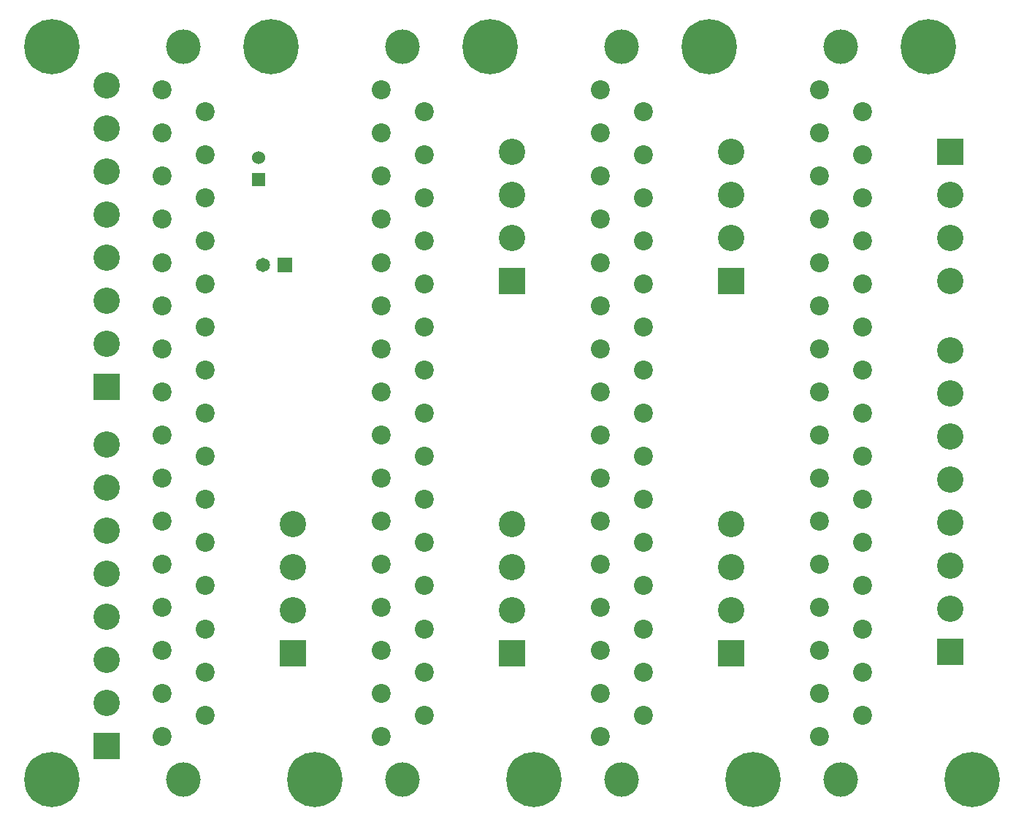
<source format=gbs>
%TF.GenerationSoftware,KiCad,Pcbnew,(6.0.7)*%
%TF.CreationDate,2024-08-18T11:11:24+02:00*%
%TF.ProjectId,BP51,42503531-2e6b-4696-9361-645f70636258,0437 -*%
%TF.SameCoordinates,Original*%
%TF.FileFunction,Soldermask,Bot*%
%TF.FilePolarity,Negative*%
%FSLAX46Y46*%
G04 Gerber Fmt 4.6, Leading zero omitted, Abs format (unit mm)*
G04 Created by KiCad (PCBNEW (6.0.7)) date 2024-08-18 11:11:24*
%MOMM*%
%LPD*%
G01*
G04 APERTURE LIST*
%ADD10C,6.400800*%
%ADD11R,3.048000X3.048000*%
%ADD12C,3.048000*%
%ADD13R,1.524000X1.524000*%
%ADD14C,1.524000*%
%ADD15R,1.651000X1.651000*%
%ADD16C,1.651000*%
%ADD17C,2.200000*%
%ADD18C,4.000000*%
G04 APERTURE END LIST*
D10*
%TO.C,HOLE*%
X130040000Y-194900000D03*
%TD*%
D11*
%TO.C,P2*%
X152900000Y-180059360D03*
D12*
X152900000Y-175060640D03*
X152900000Y-170059380D03*
X152900000Y-165060660D03*
X152900000Y-160059400D03*
X152900000Y-155060680D03*
X152900000Y-150059420D03*
X152900000Y-145060700D03*
%TD*%
D10*
%TO.C,HOLE*%
X48760000Y-109900000D03*
%TD*%
D11*
%TO.C,P5*%
X102100000Y-137039360D03*
D12*
X102100000Y-132040640D03*
X102100000Y-127039380D03*
X102100000Y-122040660D03*
%TD*%
D10*
%TO.C,HOLE*%
X104640000Y-194900000D03*
%TD*%
%TO.C,HOLE*%
X74160000Y-109900000D03*
%TD*%
%TO.C,HOLE*%
X99560000Y-109900000D03*
%TD*%
D13*
%TO.C,JP1*%
X72685600Y-125327200D03*
D14*
X72685600Y-122787200D03*
%TD*%
D10*
%TO.C,HOLE*%
X79240000Y-194900000D03*
%TD*%
D15*
%TO.C,C1*%
X75770000Y-135200000D03*
D16*
X73230000Y-135200000D03*
%TD*%
D10*
%TO.C,HOLE*%
X150360000Y-109900000D03*
%TD*%
D11*
%TO.C,P4*%
X127500000Y-180219360D03*
D12*
X127500000Y-175220640D03*
X127500000Y-170219380D03*
X127500000Y-165220660D03*
%TD*%
D10*
%TO.C,HOLE*%
X155440000Y-194900000D03*
%TD*%
D11*
%TO.C,P7*%
X76700000Y-180219360D03*
D12*
X76700000Y-175220640D03*
X76700000Y-170219380D03*
X76700000Y-165220660D03*
%TD*%
D11*
%TO.C,P6*%
X102100000Y-180219360D03*
D12*
X102100000Y-175220640D03*
X102100000Y-170219380D03*
X102100000Y-165220660D03*
%TD*%
D11*
%TO.C,P3*%
X127500000Y-137039360D03*
D12*
X127500000Y-132040640D03*
X127500000Y-127039380D03*
X127500000Y-122040660D03*
%TD*%
D11*
%TO.C,P1*%
X152900000Y-122040640D03*
D12*
X152900000Y-127039360D03*
X152900000Y-132040620D03*
X152900000Y-137039340D03*
%TD*%
D11*
%TO.C,P9*%
X55110000Y-190981360D03*
D12*
X55110000Y-185982640D03*
X55110000Y-180981380D03*
X55110000Y-175982660D03*
X55110000Y-170981400D03*
X55110000Y-165982680D03*
X55110000Y-160981420D03*
X55110000Y-155982700D03*
%TD*%
D10*
%TO.C,HOLE*%
X124960000Y-109900000D03*
%TD*%
D11*
%TO.C,P8*%
X55110000Y-149325360D03*
D12*
X55110000Y-144326640D03*
X55110000Y-139325380D03*
X55110000Y-134326660D03*
X55110000Y-129325400D03*
X55110000Y-124326680D03*
X55110000Y-119325420D03*
X55110000Y-114326700D03*
%TD*%
D10*
%TO.C,HOLE*%
X48760000Y-194900000D03*
%TD*%
D17*
%TO.C,K2*%
X112300000Y-114900000D03*
X117300000Y-117400000D03*
X112300000Y-119900000D03*
X117300000Y-122400000D03*
X112300000Y-124900000D03*
X117300000Y-127400000D03*
X112300000Y-129900000D03*
X117300000Y-132400000D03*
X112300000Y-134900000D03*
X117300000Y-137400000D03*
X112300000Y-139900000D03*
X117300000Y-142400000D03*
X112300000Y-144900000D03*
X117300000Y-147400000D03*
X112300000Y-149900000D03*
X117300000Y-152400000D03*
X112300000Y-154900000D03*
X117300000Y-157400000D03*
X112300000Y-159900000D03*
X117300000Y-162400000D03*
X112300000Y-164900000D03*
X117300000Y-167400000D03*
X112300000Y-169900000D03*
X117300000Y-172400000D03*
X112300000Y-174900000D03*
X117300000Y-177401220D03*
X112300000Y-179900000D03*
X117300000Y-182399940D03*
X112300000Y-184900000D03*
X117300000Y-187400000D03*
X112300000Y-189900000D03*
D18*
X114800000Y-109900000D03*
X114800000Y-194900000D03*
%TD*%
D17*
%TO.C,K4*%
X61500000Y-114900000D03*
X66500000Y-117400000D03*
X61500000Y-119900000D03*
X66500000Y-122400000D03*
X61500000Y-124900000D03*
X66500000Y-127400000D03*
X61500000Y-129900000D03*
X66500000Y-132400000D03*
X61500000Y-134900000D03*
X66500000Y-137400000D03*
X61500000Y-139900000D03*
X66500000Y-142400000D03*
X61500000Y-144900000D03*
X66500000Y-147400000D03*
X61500000Y-149900000D03*
X66500000Y-152400000D03*
X61500000Y-154900000D03*
X66500000Y-157400000D03*
X61500000Y-159900000D03*
X66500000Y-162400000D03*
X61500000Y-164900000D03*
X66500000Y-167400000D03*
X61500000Y-169900000D03*
X66500000Y-172400000D03*
X61500000Y-174900000D03*
X66500000Y-177401220D03*
X61500000Y-179900000D03*
X66500000Y-182399940D03*
X61500000Y-184900000D03*
X66500000Y-187400000D03*
X61500000Y-189900000D03*
D18*
X64000000Y-109900000D03*
X64000000Y-194900000D03*
%TD*%
D17*
%TO.C,K1*%
X137700000Y-114900000D03*
X142700000Y-117400000D03*
X137700000Y-119900000D03*
X142700000Y-122400000D03*
X137700000Y-124900000D03*
X142700000Y-127400000D03*
X137700000Y-129900000D03*
X142700000Y-132400000D03*
X137700000Y-134900000D03*
X142700000Y-137400000D03*
X137700000Y-139900000D03*
X142700000Y-142400000D03*
X137700000Y-144900000D03*
X142700000Y-147400000D03*
X137700000Y-149900000D03*
X142700000Y-152400000D03*
X137700000Y-154900000D03*
X142700000Y-157400000D03*
X137700000Y-159900000D03*
X142700000Y-162400000D03*
X137700000Y-164900000D03*
X142700000Y-167400000D03*
X137700000Y-169900000D03*
X142700000Y-172400000D03*
X137700000Y-174900000D03*
X142700000Y-177401220D03*
X137700000Y-179900000D03*
X142700000Y-182399940D03*
X137700000Y-184900000D03*
X142700000Y-187400000D03*
X137700000Y-189900000D03*
D18*
X140200000Y-109900000D03*
X140200000Y-194900000D03*
%TD*%
D17*
%TO.C,K3*%
X86900000Y-114900000D03*
X91900000Y-117400000D03*
X86900000Y-119900000D03*
X91900000Y-122400000D03*
X86900000Y-124900000D03*
X91900000Y-127400000D03*
X86900000Y-129900000D03*
X91900000Y-132400000D03*
X86900000Y-134900000D03*
X91900000Y-137400000D03*
X86900000Y-139900000D03*
X91900000Y-142400000D03*
X86900000Y-144900000D03*
X91900000Y-147400000D03*
X86900000Y-149900000D03*
X91900000Y-152400000D03*
X86900000Y-154900000D03*
X91900000Y-157400000D03*
X86900000Y-159900000D03*
X91900000Y-162400000D03*
X86900000Y-164900000D03*
X91900000Y-167400000D03*
X86900000Y-169900000D03*
X91900000Y-172400000D03*
X86900000Y-174900000D03*
X91900000Y-177401220D03*
X86900000Y-179900000D03*
X91900000Y-182399940D03*
X86900000Y-184900000D03*
X91900000Y-187400000D03*
X86900000Y-189900000D03*
D18*
X89400000Y-109900000D03*
X89400000Y-194900000D03*
%TD*%
M02*

</source>
